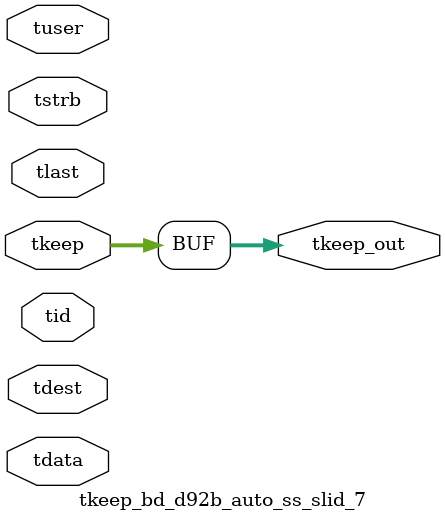
<source format=v>


`timescale 1ps/1ps

module tkeep_bd_d92b_auto_ss_slid_7 #
(
parameter C_S_AXIS_TDATA_WIDTH = 32,
parameter C_S_AXIS_TUSER_WIDTH = 0,
parameter C_S_AXIS_TID_WIDTH   = 0,
parameter C_S_AXIS_TDEST_WIDTH = 0,
parameter C_M_AXIS_TDATA_WIDTH = 32
)
(
input  [(C_S_AXIS_TDATA_WIDTH == 0 ? 1 : C_S_AXIS_TDATA_WIDTH)-1:0     ] tdata,
input  [(C_S_AXIS_TUSER_WIDTH == 0 ? 1 : C_S_AXIS_TUSER_WIDTH)-1:0     ] tuser,
input  [(C_S_AXIS_TID_WIDTH   == 0 ? 1 : C_S_AXIS_TID_WIDTH)-1:0       ] tid,
input  [(C_S_AXIS_TDEST_WIDTH == 0 ? 1 : C_S_AXIS_TDEST_WIDTH)-1:0     ] tdest,
input  [(C_S_AXIS_TDATA_WIDTH/8)-1:0 ] tkeep,
input  [(C_S_AXIS_TDATA_WIDTH/8)-1:0 ] tstrb,
input                                                                    tlast,
output [(C_M_AXIS_TDATA_WIDTH/8)-1:0 ] tkeep_out
);

assign tkeep_out = {tkeep[7:0]};

endmodule


</source>
